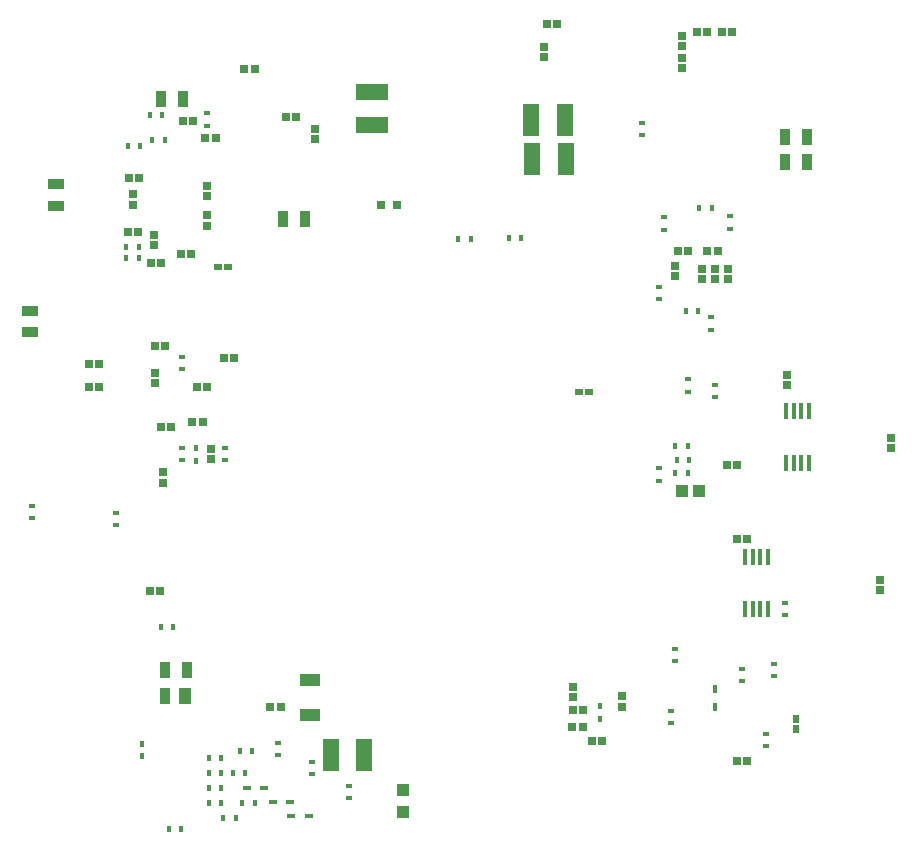
<source format=gbp>
G04*
G04 #@! TF.GenerationSoftware,Altium Limited,Altium Designer,23.1.1 (15)*
G04*
G04 Layer_Color=128*
%FSLAX44Y44*%
%MOMM*%
G71*
G04*
G04 #@! TF.SameCoordinates,28EF7496-F0B6-4D50-8161-789283B5FA1D*
G04*
G04*
G04 #@! TF.FilePolarity,Positive*
G04*
G01*
G75*
%ADD18R,1.3500X2.7500*%
%ADD19R,0.4200X0.6400*%
%ADD21R,0.4000X0.5500*%
%ADD25R,0.5500X0.4000*%
%ADD27R,0.9500X1.3500*%
%ADD29R,0.5500X0.4500*%
%ADD30R,0.6200X0.6600*%
%ADD31R,1.0000X1.0000*%
%ADD32R,0.6800X0.6400*%
%ADD41R,0.6400X0.6800*%
%ADD107R,0.6600X0.6200*%
%ADD108R,0.6400X0.4200*%
%ADD109R,1.3500X0.9500*%
%ADD110R,0.4500X1.4000*%
%ADD111R,0.6500X0.7000*%
%ADD112R,2.7500X1.3500*%
%ADD113R,1.1000X1.4000*%
%ADD114R,0.9000X1.4000*%
%ADD115R,0.4200X0.5000*%
%ADD116R,1.7500X1.1000*%
%ADD117R,1.1000X1.0000*%
D18*
X314500Y64500D02*
D03*
X343000D02*
D03*
X484500Y602500D02*
D03*
X513000D02*
D03*
X485250Y569500D02*
D03*
X513750D02*
D03*
D19*
X639750Y120000D02*
D03*
Y105000D02*
D03*
D21*
X637250Y527875D02*
D03*
X626750D02*
D03*
X141424Y485004D02*
D03*
X151924D02*
D03*
X141424Y495004D02*
D03*
X151924D02*
D03*
X170500Y172500D02*
D03*
X181000D02*
D03*
X607375Y313875D02*
D03*
X617875D02*
D03*
X248000Y67500D02*
D03*
X237500D02*
D03*
X222000Y36900D02*
D03*
X211500D02*
D03*
X422500Y501500D02*
D03*
X433000D02*
D03*
X465250Y502500D02*
D03*
X475750D02*
D03*
X223500Y11500D02*
D03*
X234000D02*
D03*
X211500Y23900D02*
D03*
X222000D02*
D03*
X211500Y48900D02*
D03*
X222000D02*
D03*
X231500Y49500D02*
D03*
X242000D02*
D03*
X211500Y61900D02*
D03*
X222000D02*
D03*
X163500Y585500D02*
D03*
X174000D02*
D03*
X171674Y606004D02*
D03*
X161174D02*
D03*
X250000Y23500D02*
D03*
X239500D02*
D03*
X188000Y1500D02*
D03*
X177500D02*
D03*
X153424Y580004D02*
D03*
X142924D02*
D03*
X616875Y325875D02*
D03*
X606375D02*
D03*
Y302875D02*
D03*
X616875D02*
D03*
X615000Y440750D02*
D03*
X625500D02*
D03*
D25*
X639750Y377750D02*
D03*
Y367250D02*
D03*
X616750Y372250D02*
D03*
Y382750D02*
D03*
X592750Y461000D02*
D03*
Y450500D02*
D03*
X577750Y589250D02*
D03*
Y599750D02*
D03*
X298750Y58750D02*
D03*
Y48250D02*
D03*
X269750Y74750D02*
D03*
Y64250D02*
D03*
X329750Y28000D02*
D03*
Y38500D02*
D03*
X188750Y401750D02*
D03*
Y391250D02*
D03*
X132750Y259250D02*
D03*
Y269750D02*
D03*
X61750Y275750D02*
D03*
Y265250D02*
D03*
X224750Y324750D02*
D03*
Y314250D02*
D03*
X209750Y597250D02*
D03*
Y607750D02*
D03*
X596914Y519750D02*
D03*
Y509250D02*
D03*
X636750Y424500D02*
D03*
Y435000D02*
D03*
X592625Y307125D02*
D03*
Y296625D02*
D03*
X698750Y182750D02*
D03*
Y193250D02*
D03*
X188750Y324750D02*
D03*
Y314250D02*
D03*
X652750Y510000D02*
D03*
Y520500D02*
D03*
D27*
X274174Y518004D02*
D03*
X292674D02*
D03*
X189674Y620004D02*
D03*
X171174D02*
D03*
X699500Y587500D02*
D03*
X718000D02*
D03*
X699500Y566500D02*
D03*
X718000D02*
D03*
D29*
X605750Y154500D02*
D03*
Y144500D02*
D03*
X602750Y101500D02*
D03*
Y91500D02*
D03*
X689750Y141500D02*
D03*
Y131500D02*
D03*
X662750Y137500D02*
D03*
Y127500D02*
D03*
X682750Y82500D02*
D03*
Y72500D02*
D03*
D30*
X708750Y95100D02*
D03*
Y86500D02*
D03*
D31*
X375750Y16500D02*
D03*
Y34500D02*
D03*
D32*
X187450Y488500D02*
D03*
X196050D02*
D03*
X241450Y645500D02*
D03*
X151724Y507004D02*
D03*
X143124D02*
D03*
X608450Y491500D02*
D03*
X617050D02*
D03*
X650300Y309650D02*
D03*
X658900D02*
D03*
X667050Y59500D02*
D03*
X658450D02*
D03*
X170050Y203500D02*
D03*
X161450D02*
D03*
X109450Y376500D02*
D03*
X118050D02*
D03*
Y395500D02*
D03*
X109450D02*
D03*
X276424Y605004D02*
D03*
X285024D02*
D03*
X263450Y105500D02*
D03*
X272050D02*
D03*
X189450Y601500D02*
D03*
X198050D02*
D03*
X208450Y586500D02*
D03*
X217050D02*
D03*
X642050Y491500D02*
D03*
X633450D02*
D03*
X143424Y553004D02*
D03*
X152024D02*
D03*
X250050Y645500D02*
D03*
X162124Y481004D02*
D03*
X170724D02*
D03*
X506050Y683500D02*
D03*
X497450D02*
D03*
X527750Y88500D02*
D03*
X519150D02*
D03*
X528050Y102500D02*
D03*
X519450D02*
D03*
X667050Y247000D02*
D03*
X658450D02*
D03*
X645450Y676500D02*
D03*
X654050D02*
D03*
X633050D02*
D03*
X624450D02*
D03*
X165450Y410500D02*
D03*
X174050D02*
D03*
X535450Y76500D02*
D03*
X544050D02*
D03*
X224450Y400500D02*
D03*
X233050D02*
D03*
X197450Y346500D02*
D03*
X206050D02*
D03*
X179050Y342500D02*
D03*
X170450D02*
D03*
X201450Y376500D02*
D03*
X210050D02*
D03*
D41*
X147274Y539154D02*
D03*
Y530554D02*
D03*
X788750Y324200D02*
D03*
Y332800D02*
D03*
X700750Y386100D02*
D03*
Y377500D02*
D03*
X779397Y204253D02*
D03*
Y212853D02*
D03*
X164750Y504800D02*
D03*
Y496200D02*
D03*
X301424Y585704D02*
D03*
Y594304D02*
D03*
X212750Y315200D02*
D03*
Y323800D02*
D03*
X605750Y478500D02*
D03*
Y469900D02*
D03*
X628750Y467200D02*
D03*
Y475800D02*
D03*
X639750Y467200D02*
D03*
Y475800D02*
D03*
X650750Y467200D02*
D03*
Y475800D02*
D03*
X209424Y546304D02*
D03*
Y537704D02*
D03*
Y521304D02*
D03*
Y512704D02*
D03*
X494750Y663800D02*
D03*
Y655200D02*
D03*
X519750Y122500D02*
D03*
Y113900D02*
D03*
X560750Y105500D02*
D03*
Y114100D02*
D03*
X611750Y664900D02*
D03*
Y673500D02*
D03*
Y645900D02*
D03*
Y654500D02*
D03*
X172750Y303800D02*
D03*
Y295200D02*
D03*
X165750Y387800D02*
D03*
Y379200D02*
D03*
D107*
X227597Y477500D02*
D03*
X218997D02*
D03*
X524450Y371500D02*
D03*
X533050D02*
D03*
D108*
X295750Y12500D02*
D03*
X280750D02*
D03*
X258250Y36500D02*
D03*
X243250D02*
D03*
X280250Y24500D02*
D03*
X265250D02*
D03*
D109*
X81750Y547750D02*
D03*
Y529250D02*
D03*
X59750Y440750D02*
D03*
Y422250D02*
D03*
D110*
X719500Y355500D02*
D03*
X713000D02*
D03*
X706500D02*
D03*
X700000D02*
D03*
Y311500D02*
D03*
X706500D02*
D03*
X713000D02*
D03*
X719500D02*
D03*
X684750Y232000D02*
D03*
X678250D02*
D03*
X671750D02*
D03*
X665250D02*
D03*
Y188000D02*
D03*
X671750D02*
D03*
X678250D02*
D03*
X684750D02*
D03*
D111*
X357000Y530500D02*
D03*
X370500D02*
D03*
D112*
X349424Y597754D02*
D03*
Y626254D02*
D03*
D113*
X191250Y114500D02*
D03*
D114*
X174250D02*
D03*
Y136500D02*
D03*
X193250D02*
D03*
D115*
X154750Y63250D02*
D03*
Y73750D02*
D03*
X542750Y105750D02*
D03*
Y95250D02*
D03*
X200750Y313855D02*
D03*
Y324355D02*
D03*
D116*
X296750Y128250D02*
D03*
Y98750D02*
D03*
D117*
X626125Y287875D02*
D03*
X611625D02*
D03*
M02*

</source>
